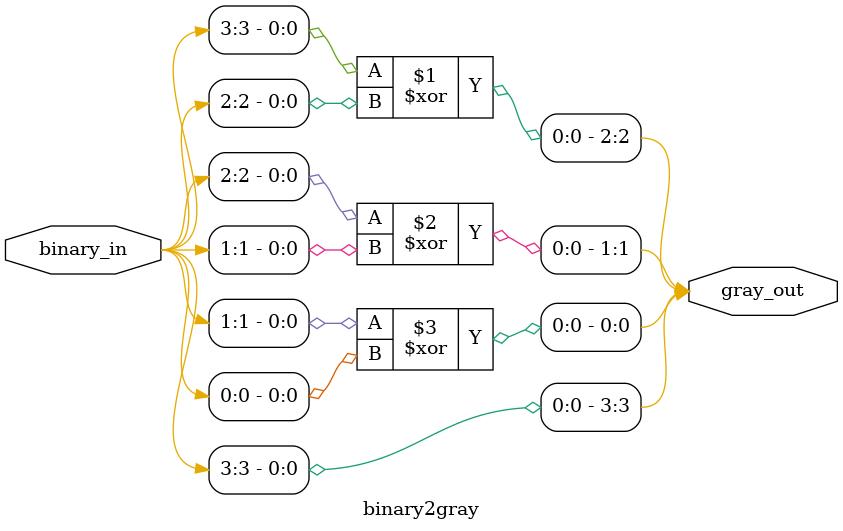
<source format=v>

`timescale 1ns / 1ps

module binary2gray(
    input [3:0] binary_in,
    output [3:0] gray_out
    );
    
    buf buf1(gray_out[3], binary_in[3]);
    xor xor1(gray_out[2], binary_in[3], binary_in[2]),
        xor2(gray_out[1], binary_in[2], binary_in[1]),
	    xor3(gray_out[0], binary_in[1], binary_in[0]);
	    
endmodule

</source>
